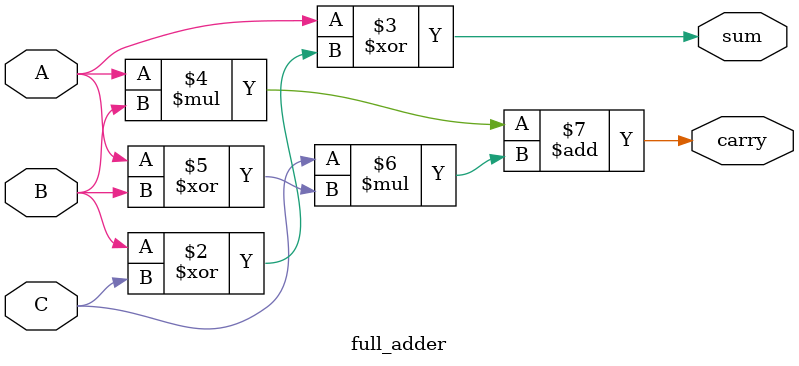
<source format=v>
`timescale 1ns / 1ps


module full_adder(
input A, B, C,
output reg sum,carry
    );
    always @(*)
    begin 
    sum = A ^(B ^C);
    carry =(A*B) + C*(A ^ B);
    end 
    endmodule


</source>
